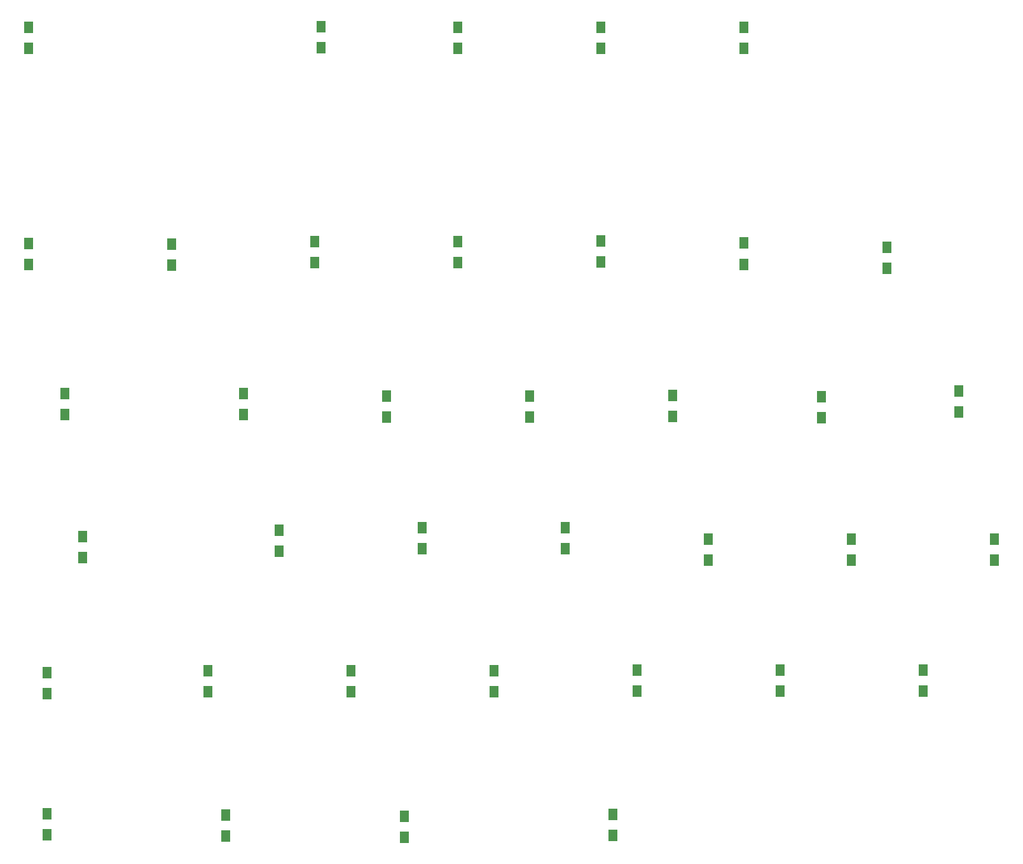
<source format=gbr>
%TF.GenerationSoftware,KiCad,Pcbnew,(5.1.4)-1*%
%TF.CreationDate,2021-04-07T12:38:03+03:00*%
%TF.ProjectId,SplitH,53706c69-7448-42e6-9b69-6361645f7063,rev?*%
%TF.SameCoordinates,Original*%
%TF.FileFunction,Paste,Bot*%
%TF.FilePolarity,Positive*%
%FSLAX46Y46*%
G04 Gerber Fmt 4.6, Leading zero omitted, Abs format (unit mm)*
G04 Created by KiCad (PCBNEW (5.1.4)-1) date 2021-04-07 12:38:03*
%MOMM*%
%LPD*%
G04 APERTURE LIST*
%ADD10R,1.200000X1.600000*%
G04 APERTURE END LIST*
D10*
%TO.C,D32*%
X124618750Y-78592200D03*
X124618750Y-75792200D03*
%TD*%
%TO.C,D24*%
X96837500Y-134223450D03*
X96837500Y-131423450D03*
%TD*%
%TO.C,D31*%
X114300000Y-58142200D03*
X114300000Y-55342200D03*
%TD*%
%TO.C,D37*%
X133350000Y-58679700D03*
X133350000Y-55879700D03*
%TD*%
%TO.C,D7*%
X57943750Y-29310950D03*
X57943750Y-26510950D03*
%TD*%
%TO.C,D40*%
X138112500Y-115035950D03*
X138112500Y-112235950D03*
%TD*%
%TO.C,D39*%
X147637500Y-94773450D03*
X147637500Y-97573450D03*
%TD*%
%TO.C,D38*%
X142875000Y-77798450D03*
X142875000Y-74998450D03*
%TD*%
%TO.C,D34*%
X119062500Y-115035950D03*
X119062500Y-112235950D03*
%TD*%
%TO.C,D33*%
X128587500Y-97573450D03*
X128587500Y-94773450D03*
%TD*%
%TO.C,D29*%
X100012500Y-115035950D03*
X100012500Y-112235950D03*
%TD*%
%TO.C,D28*%
X109537500Y-97573450D03*
X109537500Y-94773450D03*
%TD*%
%TO.C,D27*%
X104775000Y-78404700D03*
X104775000Y-75604700D03*
%TD*%
%TO.C,D26*%
X95250000Y-57885950D03*
X95250000Y-55085950D03*
%TD*%
%TO.C,D25*%
X114300000Y-29379700D03*
X114300000Y-26579700D03*
%TD*%
%TO.C,D23*%
X80962840Y-115105180D03*
X80962840Y-112305180D03*
%TD*%
%TO.C,D22*%
X90487880Y-96055100D03*
X90487880Y-93255100D03*
%TD*%
%TO.C,D21*%
X85725360Y-78523760D03*
X85725360Y-75723760D03*
%TD*%
%TO.C,D20*%
X76200320Y-57954940D03*
X76200320Y-55154940D03*
%TD*%
%TO.C,D19*%
X95250000Y-29379820D03*
X95250000Y-26579820D03*
%TD*%
%TO.C,D18*%
X69056540Y-134483370D03*
X69056540Y-131683370D03*
%TD*%
%TO.C,D17*%
X61912760Y-115105180D03*
X61912760Y-112305180D03*
%TD*%
%TO.C,D16*%
X71437800Y-96055100D03*
X71437800Y-93255100D03*
%TD*%
%TO.C,D15*%
X66675280Y-78523760D03*
X66675280Y-75723760D03*
%TD*%
%TO.C,D14*%
X57150240Y-57954940D03*
X57150240Y-55154940D03*
%TD*%
%TO.C,D13*%
X76200000Y-29379820D03*
X76200000Y-26579820D03*
%TD*%
%TO.C,D12*%
X45243940Y-134274000D03*
X45243940Y-131474000D03*
%TD*%
%TO.C,D11*%
X42862680Y-115105180D03*
X42862680Y-112305180D03*
%TD*%
%TO.C,D10*%
X52387720Y-96383210D03*
X52387720Y-93583210D03*
%TD*%
%TO.C,D9*%
X47625200Y-78195650D03*
X47625200Y-75395650D03*
%TD*%
%TO.C,D8*%
X38100160Y-58283050D03*
X38100160Y-55483050D03*
%TD*%
%TO.C,D6*%
X21431340Y-134155260D03*
X21431340Y-131355260D03*
%TD*%
%TO.C,D5*%
X21431340Y-115314550D03*
X21431340Y-112514550D03*
%TD*%
%TO.C,D4*%
X26193860Y-97245730D03*
X26193860Y-94445730D03*
%TD*%
%TO.C,D3*%
X23812600Y-78195650D03*
X23812600Y-75395650D03*
%TD*%
%TO.C,D2*%
X19050080Y-58164310D03*
X19050080Y-55364310D03*
%TD*%
%TO.C,D1*%
X19050080Y-29379820D03*
X19050080Y-26579820D03*
%TD*%
M02*

</source>
